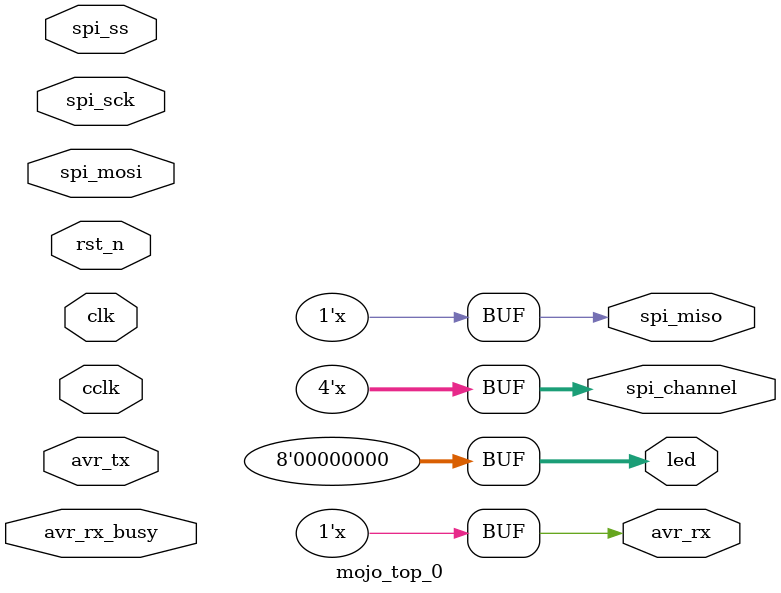
<source format=v>
module mojo_top_0(
    // 50MHz clock input
    input clk,
    // Input from reset button (active low)
    input rst_n,
    // cclk input from AVR, high when AVR is ready
    input cclk,
    // Outputs to the 8 onboard LEDs
    output[7:0]led,
    // AVR SPI connections
    output spi_miso,
    input spi_ss,
    input spi_mosi,
    input spi_sck,
    // AVR ADC channel select
    output [3:0] spi_channel,
    // Serial connections
    input avr_tx, // AVR Tx => FPGA Rx
    output avr_rx, // AVR Rx => FPGA Tx
    input avr_rx_busy // AVR Rx buffer full
    );

wire rst = ~rst_n; // make reset active high

// these signals should be high-z when not used
assign spi_miso = 1'bz;
assign avr_rx = 1'bz;
assign spi_channel = 4'bzzzz;

assign led = 8'b0;

endmodule
</source>
